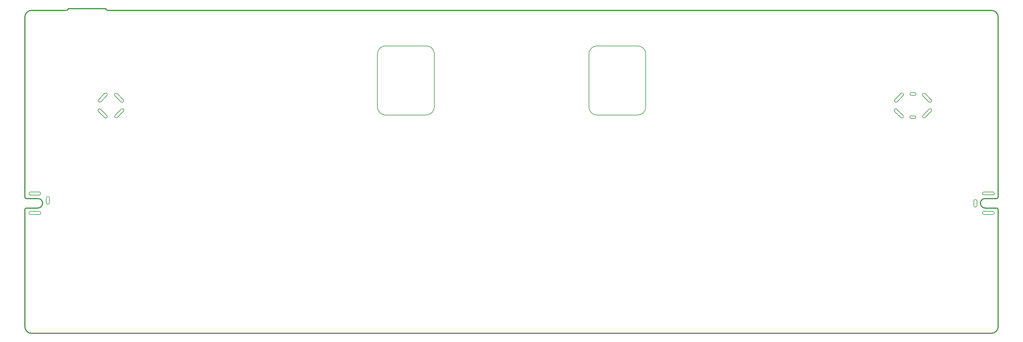
<source format=gm1>
G04 #@! TF.GenerationSoftware,KiCad,Pcbnew,(6.0.10-0)*
G04 #@! TF.CreationDate,2023-02-22T14:56:28+09:00*
G04 #@! TF.ProjectId,Sandy_Base,53616e64-795f-4426-9173-652e6b696361,v.0*
G04 #@! TF.SameCoordinates,Original*
G04 #@! TF.FileFunction,Profile,NP*
%FSLAX46Y46*%
G04 Gerber Fmt 4.6, Leading zero omitted, Abs format (unit mm)*
G04 Created by KiCad (PCBNEW (6.0.10-0)) date 2023-02-22 14:56:28*
%MOMM*%
%LPD*%
G01*
G04 APERTURE LIST*
G04 #@! TA.AperFunction,Profile*
%ADD10C,0.150000*%
G04 #@! TD*
G04 #@! TA.AperFunction,Profile*
%ADD11C,0.300000*%
G04 #@! TD*
G04 APERTURE END LIST*
D10*
X39995976Y-42128766D02*
X38195977Y-43928767D01*
X40695975Y-42728765D02*
X38895975Y-44528765D01*
X18341686Y-71873002D02*
X20887271Y-71873001D01*
X184174060Y-28194030D02*
X196080310Y-28194030D01*
X40595973Y-48528767D02*
X38795972Y-46728768D01*
X300095975Y-77578765D02*
X297550390Y-77578765D01*
X277195935Y-41878405D02*
X276195900Y-41878385D01*
D11*
X297845935Y-72878365D02*
X301245935Y-72878365D01*
D10*
X18270975Y-70953765D02*
X20816560Y-70953765D01*
X282095932Y-47328406D02*
X280295932Y-49128406D01*
D11*
X29345935Y-17278365D02*
X40345935Y-17278365D01*
X17045935Y-75678365D02*
X20445935Y-75678365D01*
D10*
X281395933Y-46728407D02*
X279595934Y-48528408D01*
X181792810Y-30575280D02*
X181792810Y-46053405D01*
X122261560Y-28194030D02*
X134167810Y-28194030D01*
X300025264Y-70934528D02*
X297479679Y-70934529D01*
X198461560Y-30575280D02*
X198461560Y-46053405D01*
X277195935Y-42678405D02*
X276195900Y-42678385D01*
X294513565Y-73671354D02*
X294513566Y-74987650D01*
X295432801Y-73600642D02*
X295432802Y-74916939D01*
X276170935Y-49478047D02*
X277170970Y-49478067D01*
X300095975Y-71853765D02*
X297550390Y-71853765D01*
X122261560Y-48434655D02*
X134167810Y-48434655D01*
X281395935Y-44628405D02*
X279595935Y-42828405D01*
X45545974Y-47328764D02*
X43745974Y-49128764D01*
X18341686Y-77598002D02*
X20887271Y-77598001D01*
X45445976Y-43928764D02*
X43645975Y-42128765D01*
X276170935Y-48678047D02*
X277170970Y-48678067D01*
D11*
X20445935Y-72878365D02*
X17045935Y-72878365D01*
X16645935Y-72478365D02*
X16645935Y-19778365D01*
D10*
X281995934Y-43928406D02*
X280195933Y-42128407D01*
X18270975Y-76678765D02*
X20816560Y-76678765D01*
X44845977Y-44628763D02*
X43045977Y-42828763D01*
X184174060Y-48434655D02*
X196080310Y-48434655D01*
D11*
X299645935Y-112378365D02*
X18645935Y-112378365D01*
D10*
X23853385Y-74082693D02*
X23853384Y-72766397D01*
X136549060Y-30575280D02*
X136549060Y-46053405D01*
D11*
X301645935Y-72478365D02*
X301645935Y-19778365D01*
D10*
X300025264Y-76659528D02*
X297479679Y-76659529D01*
X273745934Y-48528409D02*
X271945933Y-46728410D01*
D11*
X297845935Y-75678365D02*
X301245935Y-75678365D01*
D10*
X273145937Y-42128408D02*
X271345938Y-43928409D01*
D11*
X299645935Y-17778365D02*
X40845935Y-17778365D01*
X16645935Y-110378365D02*
X16645935Y-76078365D01*
D10*
X22934149Y-74153405D02*
X22934148Y-72837108D01*
X44845975Y-46728765D02*
X43045976Y-48528766D01*
D11*
X18645935Y-17778365D02*
X28845935Y-17778365D01*
D10*
X39995974Y-49228766D02*
X38195974Y-47428766D01*
X273145935Y-49228408D02*
X271345935Y-47428408D01*
D11*
X301645935Y-76078365D02*
X301645935Y-110378365D01*
D10*
X119880310Y-30575280D02*
X119880310Y-46053405D01*
X273845936Y-42728407D02*
X272045936Y-44528407D01*
X134167810Y-48434655D02*
G75*
G03*
X136549060Y-46053405I78J2381172D01*
G01*
X43645975Y-42128765D02*
G75*
G03*
X43045978Y-42828762I-300071J-349936D01*
G01*
D11*
X301645975Y-76078365D02*
G75*
G03*
X301245935Y-75678365I-400040J-40D01*
G01*
D10*
X45545972Y-47328762D02*
G75*
G03*
X44845975Y-46728765I-349983J300016D01*
G01*
X40695974Y-42728764D02*
G75*
G03*
X39995976Y-42128766I-349984J300016D01*
G01*
D11*
X297845935Y-72878405D02*
G75*
G03*
X296445935Y-74278365I0J-1400000D01*
G01*
D10*
X281395950Y-44628388D02*
G75*
G03*
X281995934Y-43928406I299885J350083D01*
G01*
X181792815Y-46053405D02*
G75*
G03*
X184174060Y-48434655I2381180J-70D01*
G01*
D11*
X17045935Y-75678365D02*
G75*
G03*
X16645935Y-76078365I-1J-399999D01*
G01*
X301245935Y-72878405D02*
G75*
G03*
X301645935Y-72478365I0J400000D01*
G01*
D10*
X297479672Y-70934432D02*
G75*
G03*
X297550391Y-71853764I35263J-459673D01*
G01*
X23853385Y-72766397D02*
G75*
G03*
X22934149Y-72837109I-459613J-35418D01*
G01*
X122261560Y-28194030D02*
G75*
G03*
X119880310Y-30575280I-89J-2381161D01*
G01*
X20887271Y-71873003D02*
G75*
G03*
X20816559Y-70953766I-35350J459619D01*
G01*
X18270975Y-76678766D02*
G75*
G03*
X18341687Y-77598002I35345J-459619D01*
G01*
X39995976Y-49228764D02*
G75*
G03*
X40595973Y-48528767I299923J350063D01*
G01*
D11*
X301645975Y-19778365D02*
G75*
G03*
X299645935Y-17778365I-2000040J-40D01*
G01*
X40345935Y-17278365D02*
G75*
G03*
X40845935Y-17778365I500001J1D01*
G01*
X299645935Y-112378405D02*
G75*
G03*
X301645935Y-110378365I0J2000000D01*
G01*
D10*
X198461510Y-30575280D02*
G75*
G03*
X196080310Y-28194030I-2381275J-25D01*
G01*
X38195977Y-43928767D02*
G75*
G03*
X38895974Y-44528764I350013J-299981D01*
G01*
X196080310Y-48434630D02*
G75*
G03*
X198461560Y-46053405I25J2381225D01*
G01*
X279595952Y-48528423D02*
G75*
G03*
X280295931Y-49128405I350083J-299882D01*
G01*
X297479672Y-76659432D02*
G75*
G03*
X297550391Y-77578764I35263J-459673D01*
G01*
X273845949Y-42728418D02*
G75*
G03*
X273145937Y-42128408I-349914J300113D01*
G01*
D11*
X16645935Y-110378365D02*
G75*
G03*
X18645935Y-112378365I1999999J-1D01*
G01*
D10*
X300095968Y-77578670D02*
G75*
G03*
X300025263Y-76659528I-35433J459565D01*
G01*
X271345950Y-43928419D02*
G75*
G03*
X272045935Y-44528406I350085J-299886D01*
G01*
X273145953Y-49228387D02*
G75*
G03*
X273745934Y-48528409I299882J350082D01*
G01*
X277195935Y-42678405D02*
G75*
G03*
X277195935Y-41878405I100J400000D01*
G01*
X184174060Y-28194030D02*
G75*
G03*
X181792810Y-30575280I-85J-2381165D01*
G01*
X300095968Y-71853670D02*
G75*
G03*
X300025263Y-70934528I-35433J459565D01*
G01*
X295432704Y-73600649D02*
G75*
G03*
X294513565Y-73671354I-459569J-35356D01*
G01*
X18270975Y-70953766D02*
G75*
G03*
X18341687Y-71873002I35345J-459619D01*
G01*
D11*
X18645935Y-17778365D02*
G75*
G03*
X16645935Y-19778365I-1J-1999999D01*
G01*
D10*
X38795973Y-46728766D02*
G75*
G03*
X38195975Y-47428765I-300074J-349935D01*
G01*
X294513467Y-74987658D02*
G75*
G03*
X295432801Y-74916938I459668J35353D01*
G01*
X22934149Y-74153405D02*
G75*
G03*
X23853385Y-74082693I459622J35300D01*
G01*
X277170970Y-49478143D02*
G75*
G03*
X277170970Y-48678067I-135J400038D01*
G01*
D11*
X20445935Y-75678365D02*
G75*
G03*
X21845935Y-74278365I-2J1400002D01*
G01*
D10*
X119880310Y-46053405D02*
G75*
G03*
X122261560Y-48434655I2381247J-3D01*
G01*
D11*
X296445975Y-74278365D02*
G75*
G03*
X297845935Y-75678365I1399960J-40D01*
G01*
D10*
X276170935Y-48677963D02*
G75*
G03*
X276170935Y-49478047I-100J-400042D01*
G01*
X271945951Y-46728389D02*
G75*
G03*
X271345936Y-47428407I-300116J-349916D01*
G01*
D11*
X21845935Y-74278365D02*
G75*
G03*
X20445935Y-72878365I-1400002J-2D01*
G01*
D10*
X20887271Y-77598003D02*
G75*
G03*
X20816559Y-76678766I-35350J459619D01*
G01*
X280195948Y-42128389D02*
G75*
G03*
X279595936Y-42828404I-300113J-349916D01*
G01*
D11*
X16645935Y-72478365D02*
G75*
G03*
X17045935Y-72878365I399999J-1D01*
G01*
D10*
X43045975Y-48528765D02*
G75*
G03*
X43745973Y-49128763I350014J-299981D01*
G01*
X136549060Y-30575280D02*
G75*
G03*
X134167810Y-28194030I-2381318J-68D01*
G01*
D11*
X28845935Y-17778365D02*
G75*
G03*
X29345935Y-17278365I-1J500001D01*
G01*
D10*
X276195900Y-41878425D02*
G75*
G03*
X276195900Y-42678385I135J-399980D01*
G01*
X282095950Y-47328421D02*
G75*
G03*
X281395933Y-46728407I-349915J300116D01*
G01*
X44845978Y-44628762D02*
G75*
G03*
X45445976Y-43928764I299926J350061D01*
G01*
M02*

</source>
